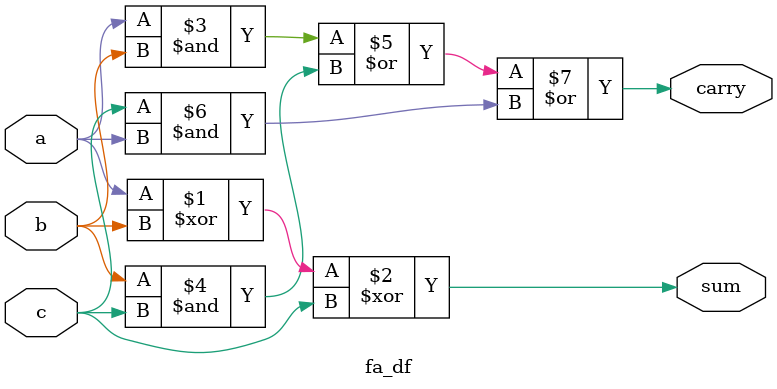
<source format=v>
`timescale 1ns / 1ps


module fa_df(
    input a,b,c,
    output sum,carry
    );
    assign sum = a^b^c;
    assign carry = (a&b)|(b&c)|(c&a);
endmodule

</source>
